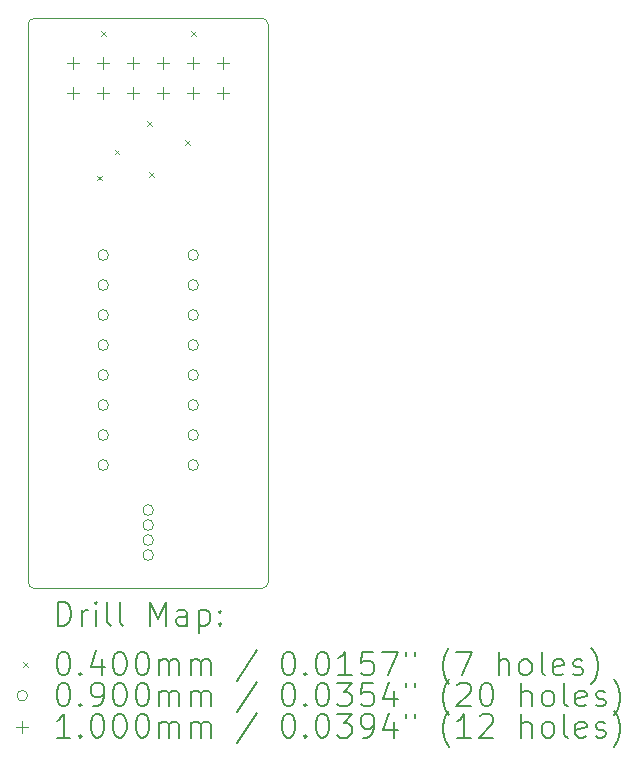
<source format=gbr>
%TF.GenerationSoftware,KiCad,Pcbnew,6.0.9-8da3e8f707~116~ubuntu20.04.1*%
%TF.CreationDate,2023-03-08T17:55:15+01:00*%
%TF.ProjectId,led_drv_pmod,6c65645f-6472-4765-9f70-6d6f642e6b69,rev?*%
%TF.SameCoordinates,Original*%
%TF.FileFunction,Drillmap*%
%TF.FilePolarity,Positive*%
%FSLAX45Y45*%
G04 Gerber Fmt 4.5, Leading zero omitted, Abs format (unit mm)*
G04 Created by KiCad (PCBNEW 6.0.9-8da3e8f707~116~ubuntu20.04.1) date 2023-03-08 17:55:15*
%MOMM*%
%LPD*%
G01*
G04 APERTURE LIST*
%ADD10C,0.100000*%
%ADD11C,0.200000*%
%ADD12C,0.040000*%
%ADD13C,0.090000*%
G04 APERTURE END LIST*
D10*
X7797800Y-4191000D02*
X9728200Y-4191000D01*
X9779000Y-8966200D02*
X9779000Y-4241800D01*
X9779000Y-4241800D02*
G75*
G03*
X9728200Y-4191000I-50800J0D01*
G01*
X9728200Y-9017000D02*
G75*
G03*
X9779000Y-8966200I0J50800D01*
G01*
X7797800Y-4191000D02*
G75*
G03*
X7747000Y-4241800I0J-50800D01*
G01*
X9728200Y-9017000D02*
X7797800Y-9017000D01*
X7747000Y-4241800D02*
X7747000Y-8966200D01*
X7747000Y-8966200D02*
G75*
G03*
X7797800Y-9017000I50800J0D01*
G01*
D11*
D12*
X8329690Y-5522990D02*
X8369690Y-5562990D01*
X8369690Y-5522990D02*
X8329690Y-5562990D01*
X8362000Y-4298000D02*
X8402000Y-4338000D01*
X8402000Y-4298000D02*
X8362000Y-4338000D01*
X8478840Y-5303840D02*
X8518840Y-5343840D01*
X8518840Y-5303840D02*
X8478840Y-5343840D01*
X8756360Y-5060380D02*
X8796360Y-5100380D01*
X8796360Y-5060380D02*
X8756360Y-5100380D01*
X8768400Y-5491800D02*
X8808400Y-5531800D01*
X8808400Y-5491800D02*
X8768400Y-5531800D01*
X9075740Y-5222560D02*
X9115740Y-5262560D01*
X9115740Y-5222560D02*
X9075740Y-5262560D01*
X9124000Y-4298000D02*
X9164000Y-4338000D01*
X9164000Y-4298000D02*
X9124000Y-4338000D01*
D13*
X8427000Y-6195000D02*
G75*
G03*
X8427000Y-6195000I-45000J0D01*
G01*
X8427000Y-6449000D02*
G75*
G03*
X8427000Y-6449000I-45000J0D01*
G01*
X8427000Y-6703000D02*
G75*
G03*
X8427000Y-6703000I-45000J0D01*
G01*
X8427000Y-6957000D02*
G75*
G03*
X8427000Y-6957000I-45000J0D01*
G01*
X8427000Y-7211000D02*
G75*
G03*
X8427000Y-7211000I-45000J0D01*
G01*
X8427000Y-7465000D02*
G75*
G03*
X8427000Y-7465000I-45000J0D01*
G01*
X8427000Y-7719000D02*
G75*
G03*
X8427000Y-7719000I-45000J0D01*
G01*
X8427000Y-7973000D02*
G75*
G03*
X8427000Y-7973000I-45000J0D01*
G01*
X8808000Y-8354000D02*
G75*
G03*
X8808000Y-8354000I-45000J0D01*
G01*
X8808000Y-8481000D02*
G75*
G03*
X8808000Y-8481000I-45000J0D01*
G01*
X8808000Y-8608000D02*
G75*
G03*
X8808000Y-8608000I-45000J0D01*
G01*
X8808000Y-8735000D02*
G75*
G03*
X8808000Y-8735000I-45000J0D01*
G01*
X9189000Y-6195000D02*
G75*
G03*
X9189000Y-6195000I-45000J0D01*
G01*
X9189000Y-6449000D02*
G75*
G03*
X9189000Y-6449000I-45000J0D01*
G01*
X9189000Y-6703000D02*
G75*
G03*
X9189000Y-6703000I-45000J0D01*
G01*
X9189000Y-6957000D02*
G75*
G03*
X9189000Y-6957000I-45000J0D01*
G01*
X9189000Y-7211000D02*
G75*
G03*
X9189000Y-7211000I-45000J0D01*
G01*
X9189000Y-7465000D02*
G75*
G03*
X9189000Y-7465000I-45000J0D01*
G01*
X9189000Y-7719000D02*
G75*
G03*
X9189000Y-7719000I-45000J0D01*
G01*
X9189000Y-7973000D02*
G75*
G03*
X9189000Y-7973000I-45000J0D01*
G01*
D10*
X8128000Y-4522000D02*
X8128000Y-4622000D01*
X8078000Y-4572000D02*
X8178000Y-4572000D01*
X8128000Y-4776000D02*
X8128000Y-4876000D01*
X8078000Y-4826000D02*
X8178000Y-4826000D01*
X8382000Y-4522000D02*
X8382000Y-4622000D01*
X8332000Y-4572000D02*
X8432000Y-4572000D01*
X8382000Y-4776000D02*
X8382000Y-4876000D01*
X8332000Y-4826000D02*
X8432000Y-4826000D01*
X8636000Y-4522000D02*
X8636000Y-4622000D01*
X8586000Y-4572000D02*
X8686000Y-4572000D01*
X8636000Y-4776000D02*
X8636000Y-4876000D01*
X8586000Y-4826000D02*
X8686000Y-4826000D01*
X8890000Y-4522000D02*
X8890000Y-4622000D01*
X8840000Y-4572000D02*
X8940000Y-4572000D01*
X8890000Y-4776000D02*
X8890000Y-4876000D01*
X8840000Y-4826000D02*
X8940000Y-4826000D01*
X9144000Y-4522000D02*
X9144000Y-4622000D01*
X9094000Y-4572000D02*
X9194000Y-4572000D01*
X9144000Y-4776000D02*
X9144000Y-4876000D01*
X9094000Y-4826000D02*
X9194000Y-4826000D01*
X9398000Y-4522000D02*
X9398000Y-4622000D01*
X9348000Y-4572000D02*
X9448000Y-4572000D01*
X9398000Y-4776000D02*
X9398000Y-4876000D01*
X9348000Y-4826000D02*
X9448000Y-4826000D01*
D11*
X7999619Y-9332476D02*
X7999619Y-9132476D01*
X8047238Y-9132476D01*
X8075809Y-9142000D01*
X8094857Y-9161048D01*
X8104381Y-9180095D01*
X8113905Y-9218190D01*
X8113905Y-9246762D01*
X8104381Y-9284857D01*
X8094857Y-9303905D01*
X8075809Y-9322952D01*
X8047238Y-9332476D01*
X7999619Y-9332476D01*
X8199619Y-9332476D02*
X8199619Y-9199143D01*
X8199619Y-9237238D02*
X8209143Y-9218190D01*
X8218667Y-9208667D01*
X8237714Y-9199143D01*
X8256762Y-9199143D01*
X8323428Y-9332476D02*
X8323428Y-9199143D01*
X8323428Y-9132476D02*
X8313905Y-9142000D01*
X8323428Y-9151524D01*
X8332952Y-9142000D01*
X8323428Y-9132476D01*
X8323428Y-9151524D01*
X8447238Y-9332476D02*
X8428190Y-9322952D01*
X8418667Y-9303905D01*
X8418667Y-9132476D01*
X8552000Y-9332476D02*
X8532952Y-9322952D01*
X8523429Y-9303905D01*
X8523429Y-9132476D01*
X8780571Y-9332476D02*
X8780571Y-9132476D01*
X8847238Y-9275333D01*
X8913905Y-9132476D01*
X8913905Y-9332476D01*
X9094857Y-9332476D02*
X9094857Y-9227714D01*
X9085333Y-9208667D01*
X9066286Y-9199143D01*
X9028190Y-9199143D01*
X9009143Y-9208667D01*
X9094857Y-9322952D02*
X9075810Y-9332476D01*
X9028190Y-9332476D01*
X9009143Y-9322952D01*
X8999619Y-9303905D01*
X8999619Y-9284857D01*
X9009143Y-9265810D01*
X9028190Y-9256286D01*
X9075810Y-9256286D01*
X9094857Y-9246762D01*
X9190095Y-9199143D02*
X9190095Y-9399143D01*
X9190095Y-9208667D02*
X9209143Y-9199143D01*
X9247238Y-9199143D01*
X9266286Y-9208667D01*
X9275810Y-9218190D01*
X9285333Y-9237238D01*
X9285333Y-9294381D01*
X9275810Y-9313429D01*
X9266286Y-9322952D01*
X9247238Y-9332476D01*
X9209143Y-9332476D01*
X9190095Y-9322952D01*
X9371048Y-9313429D02*
X9380571Y-9322952D01*
X9371048Y-9332476D01*
X9361524Y-9322952D01*
X9371048Y-9313429D01*
X9371048Y-9332476D01*
X9371048Y-9208667D02*
X9380571Y-9218190D01*
X9371048Y-9227714D01*
X9361524Y-9218190D01*
X9371048Y-9208667D01*
X9371048Y-9227714D01*
D12*
X7702000Y-9642000D02*
X7742000Y-9682000D01*
X7742000Y-9642000D02*
X7702000Y-9682000D01*
D11*
X8037714Y-9552476D02*
X8056762Y-9552476D01*
X8075809Y-9562000D01*
X8085333Y-9571524D01*
X8094857Y-9590571D01*
X8104381Y-9628667D01*
X8104381Y-9676286D01*
X8094857Y-9714381D01*
X8085333Y-9733429D01*
X8075809Y-9742952D01*
X8056762Y-9752476D01*
X8037714Y-9752476D01*
X8018667Y-9742952D01*
X8009143Y-9733429D01*
X7999619Y-9714381D01*
X7990095Y-9676286D01*
X7990095Y-9628667D01*
X7999619Y-9590571D01*
X8009143Y-9571524D01*
X8018667Y-9562000D01*
X8037714Y-9552476D01*
X8190095Y-9733429D02*
X8199619Y-9742952D01*
X8190095Y-9752476D01*
X8180571Y-9742952D01*
X8190095Y-9733429D01*
X8190095Y-9752476D01*
X8371048Y-9619143D02*
X8371048Y-9752476D01*
X8323428Y-9542952D02*
X8275809Y-9685810D01*
X8399619Y-9685810D01*
X8513905Y-9552476D02*
X8532952Y-9552476D01*
X8552000Y-9562000D01*
X8561524Y-9571524D01*
X8571048Y-9590571D01*
X8580571Y-9628667D01*
X8580571Y-9676286D01*
X8571048Y-9714381D01*
X8561524Y-9733429D01*
X8552000Y-9742952D01*
X8532952Y-9752476D01*
X8513905Y-9752476D01*
X8494857Y-9742952D01*
X8485333Y-9733429D01*
X8475810Y-9714381D01*
X8466286Y-9676286D01*
X8466286Y-9628667D01*
X8475810Y-9590571D01*
X8485333Y-9571524D01*
X8494857Y-9562000D01*
X8513905Y-9552476D01*
X8704381Y-9552476D02*
X8723429Y-9552476D01*
X8742476Y-9562000D01*
X8752000Y-9571524D01*
X8761524Y-9590571D01*
X8771048Y-9628667D01*
X8771048Y-9676286D01*
X8761524Y-9714381D01*
X8752000Y-9733429D01*
X8742476Y-9742952D01*
X8723429Y-9752476D01*
X8704381Y-9752476D01*
X8685333Y-9742952D01*
X8675810Y-9733429D01*
X8666286Y-9714381D01*
X8656762Y-9676286D01*
X8656762Y-9628667D01*
X8666286Y-9590571D01*
X8675810Y-9571524D01*
X8685333Y-9562000D01*
X8704381Y-9552476D01*
X8856762Y-9752476D02*
X8856762Y-9619143D01*
X8856762Y-9638190D02*
X8866286Y-9628667D01*
X8885333Y-9619143D01*
X8913905Y-9619143D01*
X8932952Y-9628667D01*
X8942476Y-9647714D01*
X8942476Y-9752476D01*
X8942476Y-9647714D02*
X8952000Y-9628667D01*
X8971048Y-9619143D01*
X8999619Y-9619143D01*
X9018667Y-9628667D01*
X9028190Y-9647714D01*
X9028190Y-9752476D01*
X9123429Y-9752476D02*
X9123429Y-9619143D01*
X9123429Y-9638190D02*
X9132952Y-9628667D01*
X9152000Y-9619143D01*
X9180571Y-9619143D01*
X9199619Y-9628667D01*
X9209143Y-9647714D01*
X9209143Y-9752476D01*
X9209143Y-9647714D02*
X9218667Y-9628667D01*
X9237714Y-9619143D01*
X9266286Y-9619143D01*
X9285333Y-9628667D01*
X9294857Y-9647714D01*
X9294857Y-9752476D01*
X9685333Y-9542952D02*
X9513905Y-9800095D01*
X9942476Y-9552476D02*
X9961524Y-9552476D01*
X9980571Y-9562000D01*
X9990095Y-9571524D01*
X9999619Y-9590571D01*
X10009143Y-9628667D01*
X10009143Y-9676286D01*
X9999619Y-9714381D01*
X9990095Y-9733429D01*
X9980571Y-9742952D01*
X9961524Y-9752476D01*
X9942476Y-9752476D01*
X9923429Y-9742952D01*
X9913905Y-9733429D01*
X9904381Y-9714381D01*
X9894857Y-9676286D01*
X9894857Y-9628667D01*
X9904381Y-9590571D01*
X9913905Y-9571524D01*
X9923429Y-9562000D01*
X9942476Y-9552476D01*
X10094857Y-9733429D02*
X10104381Y-9742952D01*
X10094857Y-9752476D01*
X10085333Y-9742952D01*
X10094857Y-9733429D01*
X10094857Y-9752476D01*
X10228190Y-9552476D02*
X10247238Y-9552476D01*
X10266286Y-9562000D01*
X10275810Y-9571524D01*
X10285333Y-9590571D01*
X10294857Y-9628667D01*
X10294857Y-9676286D01*
X10285333Y-9714381D01*
X10275810Y-9733429D01*
X10266286Y-9742952D01*
X10247238Y-9752476D01*
X10228190Y-9752476D01*
X10209143Y-9742952D01*
X10199619Y-9733429D01*
X10190095Y-9714381D01*
X10180571Y-9676286D01*
X10180571Y-9628667D01*
X10190095Y-9590571D01*
X10199619Y-9571524D01*
X10209143Y-9562000D01*
X10228190Y-9552476D01*
X10485333Y-9752476D02*
X10371048Y-9752476D01*
X10428190Y-9752476D02*
X10428190Y-9552476D01*
X10409143Y-9581048D01*
X10390095Y-9600095D01*
X10371048Y-9609619D01*
X10666286Y-9552476D02*
X10571048Y-9552476D01*
X10561524Y-9647714D01*
X10571048Y-9638190D01*
X10590095Y-9628667D01*
X10637714Y-9628667D01*
X10656762Y-9638190D01*
X10666286Y-9647714D01*
X10675810Y-9666762D01*
X10675810Y-9714381D01*
X10666286Y-9733429D01*
X10656762Y-9742952D01*
X10637714Y-9752476D01*
X10590095Y-9752476D01*
X10571048Y-9742952D01*
X10561524Y-9733429D01*
X10742476Y-9552476D02*
X10875810Y-9552476D01*
X10790095Y-9752476D01*
X10942476Y-9552476D02*
X10942476Y-9590571D01*
X11018667Y-9552476D02*
X11018667Y-9590571D01*
X11313905Y-9828667D02*
X11304381Y-9819143D01*
X11285333Y-9790571D01*
X11275809Y-9771524D01*
X11266286Y-9742952D01*
X11256762Y-9695333D01*
X11256762Y-9657238D01*
X11266286Y-9609619D01*
X11275809Y-9581048D01*
X11285333Y-9562000D01*
X11304381Y-9533429D01*
X11313905Y-9523905D01*
X11371048Y-9552476D02*
X11504381Y-9552476D01*
X11418667Y-9752476D01*
X11732952Y-9752476D02*
X11732952Y-9552476D01*
X11818667Y-9752476D02*
X11818667Y-9647714D01*
X11809143Y-9628667D01*
X11790095Y-9619143D01*
X11761524Y-9619143D01*
X11742476Y-9628667D01*
X11732952Y-9638190D01*
X11942476Y-9752476D02*
X11923428Y-9742952D01*
X11913905Y-9733429D01*
X11904381Y-9714381D01*
X11904381Y-9657238D01*
X11913905Y-9638190D01*
X11923428Y-9628667D01*
X11942476Y-9619143D01*
X11971048Y-9619143D01*
X11990095Y-9628667D01*
X11999619Y-9638190D01*
X12009143Y-9657238D01*
X12009143Y-9714381D01*
X11999619Y-9733429D01*
X11990095Y-9742952D01*
X11971048Y-9752476D01*
X11942476Y-9752476D01*
X12123428Y-9752476D02*
X12104381Y-9742952D01*
X12094857Y-9723905D01*
X12094857Y-9552476D01*
X12275809Y-9742952D02*
X12256762Y-9752476D01*
X12218667Y-9752476D01*
X12199619Y-9742952D01*
X12190095Y-9723905D01*
X12190095Y-9647714D01*
X12199619Y-9628667D01*
X12218667Y-9619143D01*
X12256762Y-9619143D01*
X12275809Y-9628667D01*
X12285333Y-9647714D01*
X12285333Y-9666762D01*
X12190095Y-9685810D01*
X12361524Y-9742952D02*
X12380571Y-9752476D01*
X12418667Y-9752476D01*
X12437714Y-9742952D01*
X12447238Y-9723905D01*
X12447238Y-9714381D01*
X12437714Y-9695333D01*
X12418667Y-9685810D01*
X12390095Y-9685810D01*
X12371048Y-9676286D01*
X12361524Y-9657238D01*
X12361524Y-9647714D01*
X12371048Y-9628667D01*
X12390095Y-9619143D01*
X12418667Y-9619143D01*
X12437714Y-9628667D01*
X12513905Y-9828667D02*
X12523428Y-9819143D01*
X12542476Y-9790571D01*
X12552000Y-9771524D01*
X12561524Y-9742952D01*
X12571048Y-9695333D01*
X12571048Y-9657238D01*
X12561524Y-9609619D01*
X12552000Y-9581048D01*
X12542476Y-9562000D01*
X12523428Y-9533429D01*
X12513905Y-9523905D01*
D13*
X7742000Y-9926000D02*
G75*
G03*
X7742000Y-9926000I-45000J0D01*
G01*
D11*
X8037714Y-9816476D02*
X8056762Y-9816476D01*
X8075809Y-9826000D01*
X8085333Y-9835524D01*
X8094857Y-9854571D01*
X8104381Y-9892667D01*
X8104381Y-9940286D01*
X8094857Y-9978381D01*
X8085333Y-9997429D01*
X8075809Y-10006952D01*
X8056762Y-10016476D01*
X8037714Y-10016476D01*
X8018667Y-10006952D01*
X8009143Y-9997429D01*
X7999619Y-9978381D01*
X7990095Y-9940286D01*
X7990095Y-9892667D01*
X7999619Y-9854571D01*
X8009143Y-9835524D01*
X8018667Y-9826000D01*
X8037714Y-9816476D01*
X8190095Y-9997429D02*
X8199619Y-10006952D01*
X8190095Y-10016476D01*
X8180571Y-10006952D01*
X8190095Y-9997429D01*
X8190095Y-10016476D01*
X8294857Y-10016476D02*
X8332952Y-10016476D01*
X8352000Y-10006952D01*
X8361524Y-9997429D01*
X8380571Y-9968857D01*
X8390095Y-9930762D01*
X8390095Y-9854571D01*
X8380571Y-9835524D01*
X8371048Y-9826000D01*
X8352000Y-9816476D01*
X8313905Y-9816476D01*
X8294857Y-9826000D01*
X8285333Y-9835524D01*
X8275809Y-9854571D01*
X8275809Y-9902190D01*
X8285333Y-9921238D01*
X8294857Y-9930762D01*
X8313905Y-9940286D01*
X8352000Y-9940286D01*
X8371048Y-9930762D01*
X8380571Y-9921238D01*
X8390095Y-9902190D01*
X8513905Y-9816476D02*
X8532952Y-9816476D01*
X8552000Y-9826000D01*
X8561524Y-9835524D01*
X8571048Y-9854571D01*
X8580571Y-9892667D01*
X8580571Y-9940286D01*
X8571048Y-9978381D01*
X8561524Y-9997429D01*
X8552000Y-10006952D01*
X8532952Y-10016476D01*
X8513905Y-10016476D01*
X8494857Y-10006952D01*
X8485333Y-9997429D01*
X8475810Y-9978381D01*
X8466286Y-9940286D01*
X8466286Y-9892667D01*
X8475810Y-9854571D01*
X8485333Y-9835524D01*
X8494857Y-9826000D01*
X8513905Y-9816476D01*
X8704381Y-9816476D02*
X8723429Y-9816476D01*
X8742476Y-9826000D01*
X8752000Y-9835524D01*
X8761524Y-9854571D01*
X8771048Y-9892667D01*
X8771048Y-9940286D01*
X8761524Y-9978381D01*
X8752000Y-9997429D01*
X8742476Y-10006952D01*
X8723429Y-10016476D01*
X8704381Y-10016476D01*
X8685333Y-10006952D01*
X8675810Y-9997429D01*
X8666286Y-9978381D01*
X8656762Y-9940286D01*
X8656762Y-9892667D01*
X8666286Y-9854571D01*
X8675810Y-9835524D01*
X8685333Y-9826000D01*
X8704381Y-9816476D01*
X8856762Y-10016476D02*
X8856762Y-9883143D01*
X8856762Y-9902190D02*
X8866286Y-9892667D01*
X8885333Y-9883143D01*
X8913905Y-9883143D01*
X8932952Y-9892667D01*
X8942476Y-9911714D01*
X8942476Y-10016476D01*
X8942476Y-9911714D02*
X8952000Y-9892667D01*
X8971048Y-9883143D01*
X8999619Y-9883143D01*
X9018667Y-9892667D01*
X9028190Y-9911714D01*
X9028190Y-10016476D01*
X9123429Y-10016476D02*
X9123429Y-9883143D01*
X9123429Y-9902190D02*
X9132952Y-9892667D01*
X9152000Y-9883143D01*
X9180571Y-9883143D01*
X9199619Y-9892667D01*
X9209143Y-9911714D01*
X9209143Y-10016476D01*
X9209143Y-9911714D02*
X9218667Y-9892667D01*
X9237714Y-9883143D01*
X9266286Y-9883143D01*
X9285333Y-9892667D01*
X9294857Y-9911714D01*
X9294857Y-10016476D01*
X9685333Y-9806952D02*
X9513905Y-10064095D01*
X9942476Y-9816476D02*
X9961524Y-9816476D01*
X9980571Y-9826000D01*
X9990095Y-9835524D01*
X9999619Y-9854571D01*
X10009143Y-9892667D01*
X10009143Y-9940286D01*
X9999619Y-9978381D01*
X9990095Y-9997429D01*
X9980571Y-10006952D01*
X9961524Y-10016476D01*
X9942476Y-10016476D01*
X9923429Y-10006952D01*
X9913905Y-9997429D01*
X9904381Y-9978381D01*
X9894857Y-9940286D01*
X9894857Y-9892667D01*
X9904381Y-9854571D01*
X9913905Y-9835524D01*
X9923429Y-9826000D01*
X9942476Y-9816476D01*
X10094857Y-9997429D02*
X10104381Y-10006952D01*
X10094857Y-10016476D01*
X10085333Y-10006952D01*
X10094857Y-9997429D01*
X10094857Y-10016476D01*
X10228190Y-9816476D02*
X10247238Y-9816476D01*
X10266286Y-9826000D01*
X10275810Y-9835524D01*
X10285333Y-9854571D01*
X10294857Y-9892667D01*
X10294857Y-9940286D01*
X10285333Y-9978381D01*
X10275810Y-9997429D01*
X10266286Y-10006952D01*
X10247238Y-10016476D01*
X10228190Y-10016476D01*
X10209143Y-10006952D01*
X10199619Y-9997429D01*
X10190095Y-9978381D01*
X10180571Y-9940286D01*
X10180571Y-9892667D01*
X10190095Y-9854571D01*
X10199619Y-9835524D01*
X10209143Y-9826000D01*
X10228190Y-9816476D01*
X10361524Y-9816476D02*
X10485333Y-9816476D01*
X10418667Y-9892667D01*
X10447238Y-9892667D01*
X10466286Y-9902190D01*
X10475810Y-9911714D01*
X10485333Y-9930762D01*
X10485333Y-9978381D01*
X10475810Y-9997429D01*
X10466286Y-10006952D01*
X10447238Y-10016476D01*
X10390095Y-10016476D01*
X10371048Y-10006952D01*
X10361524Y-9997429D01*
X10666286Y-9816476D02*
X10571048Y-9816476D01*
X10561524Y-9911714D01*
X10571048Y-9902190D01*
X10590095Y-9892667D01*
X10637714Y-9892667D01*
X10656762Y-9902190D01*
X10666286Y-9911714D01*
X10675810Y-9930762D01*
X10675810Y-9978381D01*
X10666286Y-9997429D01*
X10656762Y-10006952D01*
X10637714Y-10016476D01*
X10590095Y-10016476D01*
X10571048Y-10006952D01*
X10561524Y-9997429D01*
X10847238Y-9883143D02*
X10847238Y-10016476D01*
X10799619Y-9806952D02*
X10752000Y-9949810D01*
X10875810Y-9949810D01*
X10942476Y-9816476D02*
X10942476Y-9854571D01*
X11018667Y-9816476D02*
X11018667Y-9854571D01*
X11313905Y-10092667D02*
X11304381Y-10083143D01*
X11285333Y-10054571D01*
X11275809Y-10035524D01*
X11266286Y-10006952D01*
X11256762Y-9959333D01*
X11256762Y-9921238D01*
X11266286Y-9873619D01*
X11275809Y-9845048D01*
X11285333Y-9826000D01*
X11304381Y-9797429D01*
X11313905Y-9787905D01*
X11380571Y-9835524D02*
X11390095Y-9826000D01*
X11409143Y-9816476D01*
X11456762Y-9816476D01*
X11475809Y-9826000D01*
X11485333Y-9835524D01*
X11494857Y-9854571D01*
X11494857Y-9873619D01*
X11485333Y-9902190D01*
X11371048Y-10016476D01*
X11494857Y-10016476D01*
X11618667Y-9816476D02*
X11637714Y-9816476D01*
X11656762Y-9826000D01*
X11666286Y-9835524D01*
X11675809Y-9854571D01*
X11685333Y-9892667D01*
X11685333Y-9940286D01*
X11675809Y-9978381D01*
X11666286Y-9997429D01*
X11656762Y-10006952D01*
X11637714Y-10016476D01*
X11618667Y-10016476D01*
X11599619Y-10006952D01*
X11590095Y-9997429D01*
X11580571Y-9978381D01*
X11571048Y-9940286D01*
X11571048Y-9892667D01*
X11580571Y-9854571D01*
X11590095Y-9835524D01*
X11599619Y-9826000D01*
X11618667Y-9816476D01*
X11923428Y-10016476D02*
X11923428Y-9816476D01*
X12009143Y-10016476D02*
X12009143Y-9911714D01*
X11999619Y-9892667D01*
X11980571Y-9883143D01*
X11952000Y-9883143D01*
X11932952Y-9892667D01*
X11923428Y-9902190D01*
X12132952Y-10016476D02*
X12113905Y-10006952D01*
X12104381Y-9997429D01*
X12094857Y-9978381D01*
X12094857Y-9921238D01*
X12104381Y-9902190D01*
X12113905Y-9892667D01*
X12132952Y-9883143D01*
X12161524Y-9883143D01*
X12180571Y-9892667D01*
X12190095Y-9902190D01*
X12199619Y-9921238D01*
X12199619Y-9978381D01*
X12190095Y-9997429D01*
X12180571Y-10006952D01*
X12161524Y-10016476D01*
X12132952Y-10016476D01*
X12313905Y-10016476D02*
X12294857Y-10006952D01*
X12285333Y-9987905D01*
X12285333Y-9816476D01*
X12466286Y-10006952D02*
X12447238Y-10016476D01*
X12409143Y-10016476D01*
X12390095Y-10006952D01*
X12380571Y-9987905D01*
X12380571Y-9911714D01*
X12390095Y-9892667D01*
X12409143Y-9883143D01*
X12447238Y-9883143D01*
X12466286Y-9892667D01*
X12475809Y-9911714D01*
X12475809Y-9930762D01*
X12380571Y-9949810D01*
X12552000Y-10006952D02*
X12571048Y-10016476D01*
X12609143Y-10016476D01*
X12628190Y-10006952D01*
X12637714Y-9987905D01*
X12637714Y-9978381D01*
X12628190Y-9959333D01*
X12609143Y-9949810D01*
X12580571Y-9949810D01*
X12561524Y-9940286D01*
X12552000Y-9921238D01*
X12552000Y-9911714D01*
X12561524Y-9892667D01*
X12580571Y-9883143D01*
X12609143Y-9883143D01*
X12628190Y-9892667D01*
X12704381Y-10092667D02*
X12713905Y-10083143D01*
X12732952Y-10054571D01*
X12742476Y-10035524D01*
X12752000Y-10006952D01*
X12761524Y-9959333D01*
X12761524Y-9921238D01*
X12752000Y-9873619D01*
X12742476Y-9845048D01*
X12732952Y-9826000D01*
X12713905Y-9797429D01*
X12704381Y-9787905D01*
D10*
X7692000Y-10140000D02*
X7692000Y-10240000D01*
X7642000Y-10190000D02*
X7742000Y-10190000D01*
D11*
X8104381Y-10280476D02*
X7990095Y-10280476D01*
X8047238Y-10280476D02*
X8047238Y-10080476D01*
X8028190Y-10109048D01*
X8009143Y-10128095D01*
X7990095Y-10137619D01*
X8190095Y-10261429D02*
X8199619Y-10270952D01*
X8190095Y-10280476D01*
X8180571Y-10270952D01*
X8190095Y-10261429D01*
X8190095Y-10280476D01*
X8323428Y-10080476D02*
X8342476Y-10080476D01*
X8361524Y-10090000D01*
X8371048Y-10099524D01*
X8380571Y-10118571D01*
X8390095Y-10156667D01*
X8390095Y-10204286D01*
X8380571Y-10242381D01*
X8371048Y-10261429D01*
X8361524Y-10270952D01*
X8342476Y-10280476D01*
X8323428Y-10280476D01*
X8304381Y-10270952D01*
X8294857Y-10261429D01*
X8285333Y-10242381D01*
X8275809Y-10204286D01*
X8275809Y-10156667D01*
X8285333Y-10118571D01*
X8294857Y-10099524D01*
X8304381Y-10090000D01*
X8323428Y-10080476D01*
X8513905Y-10080476D02*
X8532952Y-10080476D01*
X8552000Y-10090000D01*
X8561524Y-10099524D01*
X8571048Y-10118571D01*
X8580571Y-10156667D01*
X8580571Y-10204286D01*
X8571048Y-10242381D01*
X8561524Y-10261429D01*
X8552000Y-10270952D01*
X8532952Y-10280476D01*
X8513905Y-10280476D01*
X8494857Y-10270952D01*
X8485333Y-10261429D01*
X8475810Y-10242381D01*
X8466286Y-10204286D01*
X8466286Y-10156667D01*
X8475810Y-10118571D01*
X8485333Y-10099524D01*
X8494857Y-10090000D01*
X8513905Y-10080476D01*
X8704381Y-10080476D02*
X8723429Y-10080476D01*
X8742476Y-10090000D01*
X8752000Y-10099524D01*
X8761524Y-10118571D01*
X8771048Y-10156667D01*
X8771048Y-10204286D01*
X8761524Y-10242381D01*
X8752000Y-10261429D01*
X8742476Y-10270952D01*
X8723429Y-10280476D01*
X8704381Y-10280476D01*
X8685333Y-10270952D01*
X8675810Y-10261429D01*
X8666286Y-10242381D01*
X8656762Y-10204286D01*
X8656762Y-10156667D01*
X8666286Y-10118571D01*
X8675810Y-10099524D01*
X8685333Y-10090000D01*
X8704381Y-10080476D01*
X8856762Y-10280476D02*
X8856762Y-10147143D01*
X8856762Y-10166190D02*
X8866286Y-10156667D01*
X8885333Y-10147143D01*
X8913905Y-10147143D01*
X8932952Y-10156667D01*
X8942476Y-10175714D01*
X8942476Y-10280476D01*
X8942476Y-10175714D02*
X8952000Y-10156667D01*
X8971048Y-10147143D01*
X8999619Y-10147143D01*
X9018667Y-10156667D01*
X9028190Y-10175714D01*
X9028190Y-10280476D01*
X9123429Y-10280476D02*
X9123429Y-10147143D01*
X9123429Y-10166190D02*
X9132952Y-10156667D01*
X9152000Y-10147143D01*
X9180571Y-10147143D01*
X9199619Y-10156667D01*
X9209143Y-10175714D01*
X9209143Y-10280476D01*
X9209143Y-10175714D02*
X9218667Y-10156667D01*
X9237714Y-10147143D01*
X9266286Y-10147143D01*
X9285333Y-10156667D01*
X9294857Y-10175714D01*
X9294857Y-10280476D01*
X9685333Y-10070952D02*
X9513905Y-10328095D01*
X9942476Y-10080476D02*
X9961524Y-10080476D01*
X9980571Y-10090000D01*
X9990095Y-10099524D01*
X9999619Y-10118571D01*
X10009143Y-10156667D01*
X10009143Y-10204286D01*
X9999619Y-10242381D01*
X9990095Y-10261429D01*
X9980571Y-10270952D01*
X9961524Y-10280476D01*
X9942476Y-10280476D01*
X9923429Y-10270952D01*
X9913905Y-10261429D01*
X9904381Y-10242381D01*
X9894857Y-10204286D01*
X9894857Y-10156667D01*
X9904381Y-10118571D01*
X9913905Y-10099524D01*
X9923429Y-10090000D01*
X9942476Y-10080476D01*
X10094857Y-10261429D02*
X10104381Y-10270952D01*
X10094857Y-10280476D01*
X10085333Y-10270952D01*
X10094857Y-10261429D01*
X10094857Y-10280476D01*
X10228190Y-10080476D02*
X10247238Y-10080476D01*
X10266286Y-10090000D01*
X10275810Y-10099524D01*
X10285333Y-10118571D01*
X10294857Y-10156667D01*
X10294857Y-10204286D01*
X10285333Y-10242381D01*
X10275810Y-10261429D01*
X10266286Y-10270952D01*
X10247238Y-10280476D01*
X10228190Y-10280476D01*
X10209143Y-10270952D01*
X10199619Y-10261429D01*
X10190095Y-10242381D01*
X10180571Y-10204286D01*
X10180571Y-10156667D01*
X10190095Y-10118571D01*
X10199619Y-10099524D01*
X10209143Y-10090000D01*
X10228190Y-10080476D01*
X10361524Y-10080476D02*
X10485333Y-10080476D01*
X10418667Y-10156667D01*
X10447238Y-10156667D01*
X10466286Y-10166190D01*
X10475810Y-10175714D01*
X10485333Y-10194762D01*
X10485333Y-10242381D01*
X10475810Y-10261429D01*
X10466286Y-10270952D01*
X10447238Y-10280476D01*
X10390095Y-10280476D01*
X10371048Y-10270952D01*
X10361524Y-10261429D01*
X10580571Y-10280476D02*
X10618667Y-10280476D01*
X10637714Y-10270952D01*
X10647238Y-10261429D01*
X10666286Y-10232857D01*
X10675810Y-10194762D01*
X10675810Y-10118571D01*
X10666286Y-10099524D01*
X10656762Y-10090000D01*
X10637714Y-10080476D01*
X10599619Y-10080476D01*
X10580571Y-10090000D01*
X10571048Y-10099524D01*
X10561524Y-10118571D01*
X10561524Y-10166190D01*
X10571048Y-10185238D01*
X10580571Y-10194762D01*
X10599619Y-10204286D01*
X10637714Y-10204286D01*
X10656762Y-10194762D01*
X10666286Y-10185238D01*
X10675810Y-10166190D01*
X10847238Y-10147143D02*
X10847238Y-10280476D01*
X10799619Y-10070952D02*
X10752000Y-10213810D01*
X10875810Y-10213810D01*
X10942476Y-10080476D02*
X10942476Y-10118571D01*
X11018667Y-10080476D02*
X11018667Y-10118571D01*
X11313905Y-10356667D02*
X11304381Y-10347143D01*
X11285333Y-10318571D01*
X11275809Y-10299524D01*
X11266286Y-10270952D01*
X11256762Y-10223333D01*
X11256762Y-10185238D01*
X11266286Y-10137619D01*
X11275809Y-10109048D01*
X11285333Y-10090000D01*
X11304381Y-10061429D01*
X11313905Y-10051905D01*
X11494857Y-10280476D02*
X11380571Y-10280476D01*
X11437714Y-10280476D02*
X11437714Y-10080476D01*
X11418667Y-10109048D01*
X11399619Y-10128095D01*
X11380571Y-10137619D01*
X11571048Y-10099524D02*
X11580571Y-10090000D01*
X11599619Y-10080476D01*
X11647238Y-10080476D01*
X11666286Y-10090000D01*
X11675809Y-10099524D01*
X11685333Y-10118571D01*
X11685333Y-10137619D01*
X11675809Y-10166190D01*
X11561524Y-10280476D01*
X11685333Y-10280476D01*
X11923428Y-10280476D02*
X11923428Y-10080476D01*
X12009143Y-10280476D02*
X12009143Y-10175714D01*
X11999619Y-10156667D01*
X11980571Y-10147143D01*
X11952000Y-10147143D01*
X11932952Y-10156667D01*
X11923428Y-10166190D01*
X12132952Y-10280476D02*
X12113905Y-10270952D01*
X12104381Y-10261429D01*
X12094857Y-10242381D01*
X12094857Y-10185238D01*
X12104381Y-10166190D01*
X12113905Y-10156667D01*
X12132952Y-10147143D01*
X12161524Y-10147143D01*
X12180571Y-10156667D01*
X12190095Y-10166190D01*
X12199619Y-10185238D01*
X12199619Y-10242381D01*
X12190095Y-10261429D01*
X12180571Y-10270952D01*
X12161524Y-10280476D01*
X12132952Y-10280476D01*
X12313905Y-10280476D02*
X12294857Y-10270952D01*
X12285333Y-10251905D01*
X12285333Y-10080476D01*
X12466286Y-10270952D02*
X12447238Y-10280476D01*
X12409143Y-10280476D01*
X12390095Y-10270952D01*
X12380571Y-10251905D01*
X12380571Y-10175714D01*
X12390095Y-10156667D01*
X12409143Y-10147143D01*
X12447238Y-10147143D01*
X12466286Y-10156667D01*
X12475809Y-10175714D01*
X12475809Y-10194762D01*
X12380571Y-10213810D01*
X12552000Y-10270952D02*
X12571048Y-10280476D01*
X12609143Y-10280476D01*
X12628190Y-10270952D01*
X12637714Y-10251905D01*
X12637714Y-10242381D01*
X12628190Y-10223333D01*
X12609143Y-10213810D01*
X12580571Y-10213810D01*
X12561524Y-10204286D01*
X12552000Y-10185238D01*
X12552000Y-10175714D01*
X12561524Y-10156667D01*
X12580571Y-10147143D01*
X12609143Y-10147143D01*
X12628190Y-10156667D01*
X12704381Y-10356667D02*
X12713905Y-10347143D01*
X12732952Y-10318571D01*
X12742476Y-10299524D01*
X12752000Y-10270952D01*
X12761524Y-10223333D01*
X12761524Y-10185238D01*
X12752000Y-10137619D01*
X12742476Y-10109048D01*
X12732952Y-10090000D01*
X12713905Y-10061429D01*
X12704381Y-10051905D01*
M02*

</source>
